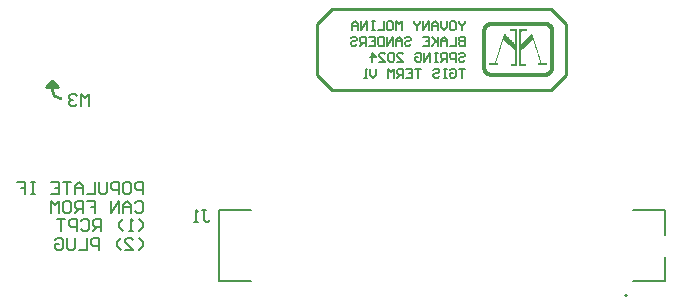
<source format=gbo>
G04*
G04 #@! TF.GenerationSoftware,Altium Limited,Altium Designer,24.2.2 (26)*
G04*
G04 Layer_Color=32896*
%FSLAX44Y44*%
%MOMM*%
G71*
G04*
G04 #@! TF.SameCoordinates,AE1E6ACB-0CC1-432D-8EAE-CAE1C6468999*
G04*
G04*
G04 #@! TF.FilePolarity,Positive*
G04*
G01*
G75*
%ADD10C,0.2540*%
%ADD11C,0.1524*%
%ADD12C,0.2000*%
%ADD13C,0.1270*%
%ADD35C,0.1778*%
%ADD36C,0.1693*%
G36*
X88935Y163970D02*
X89685D01*
Y163720D01*
X90435D01*
Y163470D01*
X90935D01*
Y163220D01*
X91435D01*
Y162970D01*
X91685D01*
Y162720D01*
X92185D01*
Y162470D01*
X92435D01*
Y162220D01*
X92685D01*
Y161970D01*
X92935D01*
Y161720D01*
X93185D01*
Y161470D01*
X93435D01*
Y161220D01*
X93685D01*
Y160720D01*
X93935D01*
Y160470D01*
X94185D01*
Y159970D01*
X94435D01*
Y159470D01*
X94685D01*
Y158720D01*
X94935D01*
Y157720D01*
X95185D01*
Y123970D01*
X94935D01*
Y122970D01*
X94685D01*
Y122470D01*
X94435D01*
Y121720D01*
X94185D01*
Y121470D01*
X93935D01*
Y120970D01*
X93685D01*
Y120720D01*
X93435D01*
Y120220D01*
X93185D01*
Y119970D01*
X92935D01*
Y119720D01*
X92685D01*
Y119470D01*
X92435D01*
Y119220D01*
X91935D01*
Y118970D01*
X91685D01*
Y118720D01*
X91185D01*
Y118470D01*
X90685D01*
Y118220D01*
X90185D01*
Y117970D01*
X89685D01*
Y117720D01*
X88685D01*
Y117470D01*
X40435D01*
Y117720D01*
X39685D01*
Y117970D01*
X38935D01*
Y118220D01*
X38435D01*
Y118470D01*
X37935D01*
Y118720D01*
X37435D01*
Y118970D01*
X37185D01*
Y119220D01*
X36935D01*
Y119470D01*
X36685D01*
Y119720D01*
X36435D01*
Y119970D01*
X36185D01*
Y120220D01*
X35935D01*
Y120470D01*
X35685D01*
Y120720D01*
X35435D01*
Y121220D01*
X35185D01*
Y121470D01*
X34935D01*
Y121970D01*
X34685D01*
Y122470D01*
X34435D01*
Y123220D01*
X34185D01*
Y124470D01*
X33935D01*
Y138220D01*
Y138470D01*
Y157220D01*
X34185D01*
Y158470D01*
X34435D01*
Y159220D01*
X34685D01*
Y159720D01*
X34935D01*
Y160220D01*
X35185D01*
Y160720D01*
X35435D01*
Y160970D01*
X35685D01*
Y161220D01*
X35935D01*
Y161720D01*
X36185D01*
Y161970D01*
X36435D01*
Y162220D01*
X36685D01*
Y162470D01*
X37185D01*
Y162720D01*
X37435D01*
Y162970D01*
X37935D01*
Y163220D01*
X38185D01*
Y163470D01*
X38685D01*
Y163720D01*
X39435D01*
Y163970D01*
X40185D01*
Y164220D01*
X88935D01*
Y163970D01*
D02*
G37*
G36*
X-325120Y109220D02*
X-335280D01*
X-330200Y114300D01*
X-325120Y109220D01*
D02*
G37*
%LPC*%
G36*
X87435Y160720D02*
X41685D01*
Y160470D01*
X40435D01*
Y160220D01*
X39935D01*
Y159970D01*
X39685D01*
Y159720D01*
X39185D01*
Y159470D01*
X38935D01*
Y159220D01*
X38685D01*
Y158970D01*
X38435D01*
Y158470D01*
X38185D01*
Y157970D01*
X37935D01*
Y157470D01*
X37685D01*
Y124220D01*
X37935D01*
Y123720D01*
X38185D01*
Y123220D01*
X38435D01*
Y122970D01*
X38685D01*
Y122470D01*
X38935D01*
Y122220D01*
X39435D01*
Y121970D01*
X39685D01*
Y121720D01*
X40185D01*
Y121470D01*
X40685D01*
Y121220D01*
X42185D01*
Y120970D01*
X86935D01*
Y121220D01*
X88435D01*
Y121470D01*
X89185D01*
Y121720D01*
X89435D01*
Y121970D01*
X89935D01*
Y122220D01*
X90185D01*
Y122470D01*
X90435D01*
Y122720D01*
X90685D01*
Y123220D01*
X90935D01*
Y123470D01*
X91185D01*
Y124220D01*
X91435D01*
Y125470D01*
X91685D01*
Y156220D01*
X91435D01*
Y157720D01*
X91185D01*
Y158220D01*
X90935D01*
Y158720D01*
X90685D01*
Y158970D01*
X90435D01*
Y159220D01*
X90185D01*
Y159470D01*
X89935D01*
Y159720D01*
X89685D01*
Y159970D01*
X89185D01*
Y160220D01*
X88685D01*
Y160470D01*
X87435D01*
Y160720D01*
D02*
G37*
%LPD*%
G36*
X63685Y126470D02*
X58185D01*
Y128220D01*
X61935D01*
Y139970D01*
X61685D01*
Y140220D01*
X61435D01*
Y140470D01*
X61185D01*
Y140720D01*
X60935D01*
Y140970D01*
X60685D01*
Y141220D01*
X60435D01*
Y141470D01*
X60185D01*
Y141720D01*
X59685D01*
Y141970D01*
X59435D01*
Y142220D01*
X59185D01*
Y142470D01*
X58935D01*
Y142720D01*
X58685D01*
Y142970D01*
X58435D01*
Y143220D01*
X58185D01*
Y143470D01*
X57935D01*
Y143720D01*
X57685D01*
Y143970D01*
X57435D01*
Y144220D01*
X56935D01*
Y144470D01*
X56685D01*
Y144720D01*
X56435D01*
Y144970D01*
X56185D01*
Y145220D01*
X55935D01*
Y145470D01*
X55685D01*
Y145720D01*
X55435D01*
Y145970D01*
X55185D01*
Y146220D01*
X54935D01*
Y146470D01*
X54685D01*
Y146720D01*
X54185D01*
Y146970D01*
X53935D01*
Y147220D01*
X53685D01*
Y147470D01*
X53435D01*
Y147720D01*
X53185D01*
Y147970D01*
X52935D01*
Y148220D01*
X52685D01*
Y148470D01*
X52435D01*
Y148720D01*
X51935D01*
Y148220D01*
X51685D01*
Y147470D01*
X51435D01*
Y146720D01*
X51185D01*
Y145970D01*
X50935D01*
Y145220D01*
X50685D01*
Y144220D01*
X50435D01*
Y143470D01*
X50185D01*
Y142720D01*
X49935D01*
Y141970D01*
X49685D01*
Y141220D01*
X49435D01*
Y140470D01*
X49185D01*
Y139720D01*
X48935D01*
Y138720D01*
X48685D01*
Y137970D01*
X48435D01*
Y137220D01*
X48185D01*
Y136470D01*
X47935D01*
Y135720D01*
X47685D01*
Y134970D01*
X47435D01*
Y134220D01*
X47185D01*
Y133470D01*
X46935D01*
Y132470D01*
X46685D01*
Y131720D01*
X46435D01*
Y130970D01*
X46185D01*
Y130220D01*
X45935D01*
Y129470D01*
X45685D01*
Y129220D01*
X47435D01*
Y127470D01*
X40185D01*
Y129220D01*
X44935D01*
Y130220D01*
X45185D01*
Y130970D01*
X45435D01*
Y131720D01*
X45685D01*
Y132470D01*
X45935D01*
Y133220D01*
X46185D01*
Y133970D01*
X46435D01*
Y134720D01*
X46685D01*
Y135470D01*
X46935D01*
Y136220D01*
X47185D01*
Y136970D01*
X47435D01*
Y137970D01*
X47685D01*
Y138720D01*
X47935D01*
Y139470D01*
X48185D01*
Y140220D01*
X48435D01*
Y140970D01*
X48685D01*
Y141720D01*
X48935D01*
Y142470D01*
X49185D01*
Y143220D01*
X49435D01*
Y144220D01*
X49685D01*
Y144970D01*
X49935D01*
Y145720D01*
X50185D01*
Y146470D01*
X50435D01*
Y147220D01*
X50685D01*
Y147970D01*
X50935D01*
Y148720D01*
X51185D01*
Y149470D01*
X51435D01*
Y150220D01*
X51685D01*
Y151220D01*
X51935D01*
Y151970D01*
X52185D01*
Y152720D01*
X52435D01*
Y153470D01*
X52685D01*
Y154220D01*
X53185D01*
Y153970D01*
X53435D01*
Y153720D01*
X53685D01*
Y153470D01*
X53935D01*
Y153220D01*
X54185D01*
Y152970D01*
X54435D01*
Y152720D01*
X54685D01*
Y152470D01*
X54935D01*
Y152220D01*
X55185D01*
Y151970D01*
X55435D01*
Y151720D01*
X55685D01*
Y151470D01*
X55935D01*
Y151220D01*
X56185D01*
Y150970D01*
X56435D01*
Y150720D01*
X56685D01*
Y150470D01*
X56935D01*
Y150220D01*
X57185D01*
Y149970D01*
X57435D01*
Y149720D01*
X57685D01*
Y149470D01*
X57935D01*
Y149220D01*
X58185D01*
Y148970D01*
X58435D01*
Y148720D01*
X58685D01*
Y148470D01*
X58935D01*
Y148220D01*
X59185D01*
Y147970D01*
X59435D01*
Y147720D01*
X59685D01*
Y147470D01*
X59935D01*
Y147220D01*
X60185D01*
Y146970D01*
X60435D01*
Y146720D01*
X60685D01*
Y146470D01*
X60935D01*
Y146220D01*
X61185D01*
Y145970D01*
X61435D01*
Y145720D01*
X61685D01*
Y145470D01*
X61935D01*
Y156220D01*
X57435D01*
Y157970D01*
X63685D01*
Y126470D01*
D02*
G37*
G36*
X71685Y156220D02*
X67435D01*
Y155970D01*
X67185D01*
Y145720D01*
X67685D01*
Y145970D01*
X67935D01*
Y146220D01*
X68185D01*
Y146470D01*
X68435D01*
Y146720D01*
X68685D01*
Y146970D01*
X68935D01*
Y147220D01*
X69185D01*
Y147470D01*
X69435D01*
Y147720D01*
X69685D01*
Y147970D01*
X69935D01*
Y148220D01*
X70185D01*
Y148470D01*
X70435D01*
Y148720D01*
X70685D01*
Y148970D01*
X70935D01*
Y149220D01*
X71185D01*
Y149470D01*
X71435D01*
Y149720D01*
X71685D01*
Y149970D01*
X71935D01*
Y150220D01*
X72185D01*
Y150470D01*
X72435D01*
Y150720D01*
X72685D01*
Y150970D01*
X72935D01*
Y151220D01*
X73185D01*
Y151470D01*
X73435D01*
Y151720D01*
X73685D01*
Y151970D01*
X73935D01*
Y152220D01*
X74185D01*
Y152470D01*
X74435D01*
Y152720D01*
X74685D01*
Y152970D01*
X74935D01*
Y153220D01*
X75185D01*
Y153470D01*
X75435D01*
Y153720D01*
X75685D01*
Y153970D01*
X75935D01*
Y154220D01*
X76435D01*
Y153720D01*
X76685D01*
Y152970D01*
X76935D01*
Y152220D01*
X77185D01*
Y151220D01*
X77435D01*
Y150470D01*
X77685D01*
Y149720D01*
X77935D01*
Y148970D01*
X78185D01*
Y148220D01*
X78435D01*
Y147470D01*
X78685D01*
Y146720D01*
X78935D01*
Y145970D01*
X79185D01*
Y145220D01*
X79435D01*
Y144220D01*
X79685D01*
Y143470D01*
X79935D01*
Y142720D01*
X80185D01*
Y141970D01*
X80435D01*
Y141220D01*
X80685D01*
Y140470D01*
X80935D01*
Y139720D01*
X81185D01*
Y138970D01*
X81435D01*
Y138220D01*
X81685D01*
Y137220D01*
X81935D01*
Y136470D01*
X82185D01*
Y135720D01*
X82435D01*
Y134970D01*
X82685D01*
Y134220D01*
X82935D01*
Y133470D01*
X83185D01*
Y132720D01*
X83435D01*
Y131970D01*
X83685D01*
Y131220D01*
X83935D01*
Y130220D01*
X84185D01*
Y129470D01*
X84435D01*
Y129220D01*
X88935D01*
Y127470D01*
X81685D01*
Y129220D01*
X83435D01*
Y129720D01*
X83185D01*
Y130470D01*
X82935D01*
Y131220D01*
X82685D01*
Y131970D01*
X82435D01*
Y132720D01*
X82185D01*
Y133470D01*
X81935D01*
Y134220D01*
X81685D01*
Y135220D01*
X81435D01*
Y135970D01*
X81185D01*
Y136720D01*
X80935D01*
Y137470D01*
X80685D01*
Y138220D01*
X80435D01*
Y138970D01*
X80185D01*
Y139970D01*
X79935D01*
Y140720D01*
X79685D01*
Y141470D01*
X79435D01*
Y142220D01*
X79185D01*
Y142970D01*
X78935D01*
Y143720D01*
X78685D01*
Y144470D01*
X78435D01*
Y145470D01*
X78185D01*
Y146220D01*
X77935D01*
Y146970D01*
X77685D01*
Y147720D01*
X77435D01*
Y148470D01*
X77185D01*
Y148720D01*
X76935D01*
Y148470D01*
X76435D01*
Y148220D01*
X76185D01*
Y147970D01*
X75935D01*
Y147720D01*
X75685D01*
Y147470D01*
X75435D01*
Y147220D01*
X75185D01*
Y146970D01*
X74935D01*
Y146720D01*
X74685D01*
Y146470D01*
X74435D01*
Y146220D01*
X74185D01*
Y145970D01*
X73685D01*
Y145720D01*
X73435D01*
Y145470D01*
X73185D01*
Y145220D01*
X72935D01*
Y144970D01*
X72685D01*
Y144720D01*
X72435D01*
Y144470D01*
X72185D01*
Y144220D01*
X71935D01*
Y143970D01*
X71685D01*
Y143720D01*
X71435D01*
Y143470D01*
X70935D01*
Y143220D01*
X70685D01*
Y142970D01*
X70435D01*
Y142720D01*
X70185D01*
Y142470D01*
X69935D01*
Y142220D01*
X69685D01*
Y141970D01*
X69435D01*
Y141720D01*
X69185D01*
Y141470D01*
X68935D01*
Y141220D01*
X68685D01*
Y140970D01*
X68185D01*
Y140720D01*
X67935D01*
Y140470D01*
X67685D01*
Y140220D01*
X67435D01*
Y139970D01*
X67185D01*
Y128470D01*
X67435D01*
Y128220D01*
X70935D01*
Y126470D01*
X65435D01*
Y127220D01*
Y127470D01*
Y157970D01*
X71685D01*
Y156220D01*
D02*
G37*
D10*
X-330200Y106680D02*
G03*
X-322580Y99060I7620J0D01*
G01*
X-335280Y109220D02*
X-330200Y114300D01*
Y106680D02*
Y109220D01*
Y114300D02*
X-325120Y109220D01*
X-335280D02*
X-325120D01*
X-105410Y119380D02*
Y162560D01*
X-92710Y106680D02*
X92710Y106680D01*
X-105410Y119380D02*
X-92710Y106680D01*
X-105410Y162560D02*
X-92710Y175260D01*
X92710D02*
X105410Y162560D01*
Y119380D02*
Y162560D01*
X-92710Y175260D02*
X92710Y175260D01*
Y106680D02*
X105410Y119380D01*
D11*
X-252984Y18581D02*
Y28738D01*
X-258062D01*
X-259755Y27045D01*
Y23659D01*
X-258062Y21967D01*
X-252984D01*
X-268219Y28738D02*
X-264834D01*
X-263141Y27045D01*
Y20274D01*
X-264834Y18581D01*
X-268219D01*
X-269912Y20274D01*
Y27045D01*
X-268219Y28738D01*
X-273297Y18581D02*
Y28738D01*
X-278376D01*
X-280069Y27045D01*
Y23659D01*
X-278376Y21967D01*
X-273297D01*
X-283454Y28738D02*
Y20274D01*
X-285147Y18581D01*
X-288533D01*
X-290225Y20274D01*
Y28738D01*
X-293611D02*
Y18581D01*
X-300382D01*
X-303768D02*
Y25352D01*
X-307153Y28738D01*
X-310539Y25352D01*
Y18581D01*
Y23659D01*
X-303768D01*
X-313924Y28738D02*
X-320695D01*
X-317310D01*
Y18581D01*
X-330852Y28738D02*
X-324081D01*
Y18581D01*
X-330852D01*
X-324081Y23659D02*
X-327467D01*
X-344394Y28738D02*
X-347780D01*
X-346087D01*
Y18581D01*
X-344394D01*
X-347780D01*
X-359630Y28738D02*
X-352859D01*
Y23659D01*
X-356244D01*
X-352859D01*
Y18581D01*
X-259755Y11199D02*
X-258062Y12892D01*
X-254677D01*
X-252984Y11199D01*
Y4428D01*
X-254677Y2735D01*
X-258062D01*
X-259755Y4428D01*
X-263141Y2735D02*
Y9506D01*
X-266526Y12892D01*
X-269912Y9506D01*
Y2735D01*
Y7814D01*
X-263141D01*
X-273297Y2735D02*
Y12892D01*
X-280069Y2735D01*
Y12892D01*
X-300382D02*
X-293611D01*
Y7814D01*
X-296996D01*
X-293611D01*
Y2735D01*
X-303768D02*
Y12892D01*
X-308846D01*
X-310539Y11199D01*
Y7814D01*
X-308846Y6121D01*
X-303768D01*
X-307153D02*
X-310539Y2735D01*
X-319003Y12892D02*
X-315617D01*
X-313924Y11199D01*
Y4428D01*
X-315617Y2735D01*
X-319003D01*
X-320695Y4428D01*
Y11199D01*
X-319003Y12892D01*
X-324081Y2735D02*
Y12892D01*
X-327467Y9506D01*
X-330852Y12892D01*
Y2735D01*
X-256370Y-13110D02*
X-252984Y-9725D01*
Y-6339D01*
X-256370Y-2954D01*
X-261448Y-13110D02*
X-264834D01*
X-263141D01*
Y-2954D01*
X-261448Y-4646D01*
X-269912Y-13110D02*
X-273297Y-9725D01*
Y-6339D01*
X-269912Y-2954D01*
X-288533Y-13110D02*
Y-2954D01*
X-293611D01*
X-295304Y-4646D01*
Y-8032D01*
X-293611Y-9725D01*
X-288533D01*
X-291918D02*
X-295304Y-13110D01*
X-305460Y-4646D02*
X-303768Y-2954D01*
X-300382D01*
X-298689Y-4646D01*
Y-11418D01*
X-300382Y-13110D01*
X-303768D01*
X-305460Y-11418D01*
X-308846Y-13110D02*
Y-2954D01*
X-313924D01*
X-315617Y-4646D01*
Y-8032D01*
X-313924Y-9725D01*
X-308846D01*
X-319003Y-2954D02*
X-325774D01*
X-322388D01*
Y-13110D01*
X-256370Y-28956D02*
X-252984Y-25570D01*
Y-22185D01*
X-256370Y-18799D01*
X-268219Y-28956D02*
X-261448D01*
X-268219Y-22185D01*
Y-20492D01*
X-266526Y-18799D01*
X-263141D01*
X-261448Y-20492D01*
X-271605Y-28956D02*
X-274990Y-25570D01*
Y-22185D01*
X-271605Y-18799D01*
X-290225Y-28956D02*
Y-18799D01*
X-295304D01*
X-296996Y-20492D01*
Y-23878D01*
X-295304Y-25570D01*
X-290225D01*
X-300382Y-18799D02*
Y-28956D01*
X-307153D01*
X-310539Y-18799D02*
Y-27263D01*
X-312232Y-28956D01*
X-315617D01*
X-317310Y-27263D01*
Y-18799D01*
X-327467Y-20492D02*
X-325774Y-18799D01*
X-322388D01*
X-320695Y-20492D01*
Y-27263D01*
X-322388Y-28956D01*
X-325774D01*
X-327467Y-27263D01*
Y-23878D01*
X-324081D01*
X-203200Y5078D02*
X-199814D01*
X-201507D01*
Y-3386D01*
X-199814Y-5078D01*
X-198122D01*
X-196429Y-3386D01*
X-206586Y-5078D02*
X-209971D01*
X-208278D01*
Y5078D01*
X-206586Y3386D01*
D12*
X157000Y-67400D02*
G03*
X157000Y-67400I-1000J0D01*
G01*
D13*
X-189000Y-55400D02*
Y4600D01*
X161700D02*
X189000D01*
X-189000D02*
X-161700D01*
X189000Y-16200D02*
Y4600D01*
Y-55400D02*
Y-34600D01*
X161700Y-55400D02*
X189000D01*
X-189000D02*
X-161700D01*
D35*
X19167Y164891D02*
Y163622D01*
X16627Y161082D01*
X14088Y163622D01*
Y164891D01*
X16627Y161082D02*
Y157274D01*
X7740Y164891D02*
X10280D01*
X11549Y163622D01*
Y158543D01*
X10280Y157274D01*
X7740D01*
X6471Y158543D01*
Y163622D01*
X7740Y164891D01*
X3932D02*
Y159813D01*
X1392Y157274D01*
X-1147Y159813D01*
Y164891D01*
X-3686Y157274D02*
Y162352D01*
X-6225Y164891D01*
X-8764Y162352D01*
Y157274D01*
Y161082D01*
X-3686D01*
X-11303Y157274D02*
Y164891D01*
X-16382Y157274D01*
Y164891D01*
X-18921D02*
Y163622D01*
X-21460Y161082D01*
X-23999Y163622D01*
Y164891D01*
X-21460Y161082D02*
Y157274D01*
X-34156D02*
Y164891D01*
X-36695Y162352D01*
X-39234Y164891D01*
Y157274D01*
X-45582Y164891D02*
X-43043D01*
X-41774Y163622D01*
Y158543D01*
X-43043Y157274D01*
X-45582D01*
X-46852Y158543D01*
Y163622D01*
X-45582Y164891D01*
X-49391D02*
Y157274D01*
X-54470D01*
X-57009Y164891D02*
X-59548D01*
X-58278D01*
Y157274D01*
X-57009D01*
X-59548D01*
X-63357D02*
Y164891D01*
X-68435Y157274D01*
Y164891D01*
X-70974Y157274D02*
Y162352D01*
X-73513Y164891D01*
X-76053Y162352D01*
Y157274D01*
Y161082D01*
X-70974D01*
X19167Y151483D02*
Y143865D01*
X15358D01*
X14088Y145135D01*
Y146405D01*
X15358Y147674D01*
X19167D01*
X15358D01*
X14088Y148944D01*
Y150213D01*
X15358Y151483D01*
X19167D01*
X11549D02*
Y143865D01*
X6471D01*
X3932D02*
Y148944D01*
X1392Y151483D01*
X-1147Y148944D01*
Y143865D01*
Y147674D01*
X3932D01*
X-3686Y151483D02*
Y143865D01*
Y146405D01*
X-8764Y151483D01*
X-4956Y147674D01*
X-8764Y143865D01*
X-16382Y151483D02*
X-11303D01*
Y143865D01*
X-16382D01*
X-11303Y147674D02*
X-13843D01*
X-31617Y150213D02*
X-30347Y151483D01*
X-27808D01*
X-26539Y150213D01*
Y148944D01*
X-27808Y147674D01*
X-30347D01*
X-31617Y146405D01*
Y145135D01*
X-30347Y143865D01*
X-27808D01*
X-26539Y145135D01*
X-34156Y143865D02*
Y148944D01*
X-36695Y151483D01*
X-39234Y148944D01*
Y143865D01*
Y147674D01*
X-34156D01*
X-41774Y143865D02*
Y151483D01*
X-46852Y143865D01*
Y151483D01*
X-49391D02*
Y143865D01*
X-53200D01*
X-54470Y145135D01*
Y150213D01*
X-53200Y151483D01*
X-49391D01*
X-62087D02*
X-57009D01*
Y143865D01*
X-62087D01*
X-57009Y147674D02*
X-59548D01*
X-64626Y143865D02*
Y151483D01*
X-68435D01*
X-69705Y150213D01*
Y147674D01*
X-68435Y146405D01*
X-64626D01*
X-67165D02*
X-69705Y143865D01*
X-77322Y150213D02*
X-76053Y151483D01*
X-73513D01*
X-72244Y150213D01*
Y148944D01*
X-73513Y147674D01*
X-76053D01*
X-77322Y146405D01*
Y145135D01*
X-76053Y143865D01*
X-73513D01*
X-72244Y145135D01*
X14088Y136805D02*
X15358Y138075D01*
X17897D01*
X19167Y136805D01*
Y135535D01*
X17897Y134266D01*
X15358D01*
X14088Y132996D01*
Y131727D01*
X15358Y130457D01*
X17897D01*
X19167Y131727D01*
X11549Y130457D02*
Y138075D01*
X7740D01*
X6471Y136805D01*
Y134266D01*
X7740Y132996D01*
X11549D01*
X3932Y130457D02*
Y138075D01*
X123D01*
X-1147Y136805D01*
Y134266D01*
X123Y132996D01*
X3932D01*
X1392D02*
X-1147Y130457D01*
X-3686Y138075D02*
X-6225D01*
X-4956D01*
Y130457D01*
X-3686D01*
X-6225D01*
X-10034D02*
Y138075D01*
X-15112Y130457D01*
Y138075D01*
X-22730Y136805D02*
X-21460Y138075D01*
X-18921D01*
X-17651Y136805D01*
Y131727D01*
X-18921Y130457D01*
X-21460D01*
X-22730Y131727D01*
Y134266D01*
X-20191D01*
X-37965Y130457D02*
X-32887D01*
X-37965Y135535D01*
Y136805D01*
X-36695Y138075D01*
X-34156D01*
X-32887Y136805D01*
X-40504D02*
X-41774Y138075D01*
X-44313D01*
X-45582Y136805D01*
Y131727D01*
X-44313Y130457D01*
X-41774D01*
X-40504Y131727D01*
Y136805D01*
X-53200Y130457D02*
X-48122D01*
X-53200Y135535D01*
Y136805D01*
X-51930Y138075D01*
X-49391D01*
X-48122Y136805D01*
X-59548Y130457D02*
Y138075D01*
X-55739Y134266D01*
X-60817D01*
X19167Y124666D02*
X14088D01*
X16627D01*
Y117049D01*
X6471Y123397D02*
X7740Y124666D01*
X10280D01*
X11549Y123397D01*
Y118319D01*
X10280Y117049D01*
X7740D01*
X6471Y118319D01*
Y120858D01*
X9010D01*
X3932Y124666D02*
X1392D01*
X2662D01*
Y117049D01*
X3932D01*
X1392D01*
X-7495Y123397D02*
X-6225Y124666D01*
X-3686D01*
X-2416Y123397D01*
Y122127D01*
X-3686Y120858D01*
X-6225D01*
X-7495Y119588D01*
Y118319D01*
X-6225Y117049D01*
X-3686D01*
X-2416Y118319D01*
X-17651Y124666D02*
X-22730D01*
X-20191D01*
Y117049D01*
X-30347Y124666D02*
X-25269D01*
Y117049D01*
X-30347D01*
X-25269Y120858D02*
X-27808D01*
X-32887Y117049D02*
Y124666D01*
X-36695D01*
X-37965Y123397D01*
Y120858D01*
X-36695Y119588D01*
X-32887D01*
X-35426D02*
X-37965Y117049D01*
X-40504D02*
Y124666D01*
X-43043Y122127D01*
X-45582Y124666D01*
Y117049D01*
X-55739Y124666D02*
Y119588D01*
X-58278Y117049D01*
X-60817Y119588D01*
Y124666D01*
X-63357Y117049D02*
X-65896D01*
X-64626D01*
Y124666D01*
X-63357Y123397D01*
D36*
X-298873Y93133D02*
Y103290D01*
X-302259Y99904D01*
X-305644Y103290D01*
Y93133D01*
X-309030Y101597D02*
X-310723Y103290D01*
X-314108D01*
X-315801Y101597D01*
Y99904D01*
X-314108Y98212D01*
X-312416D01*
X-314108D01*
X-315801Y96519D01*
Y94826D01*
X-314108Y93133D01*
X-310723D01*
X-309030Y94826D01*
M02*

</source>
